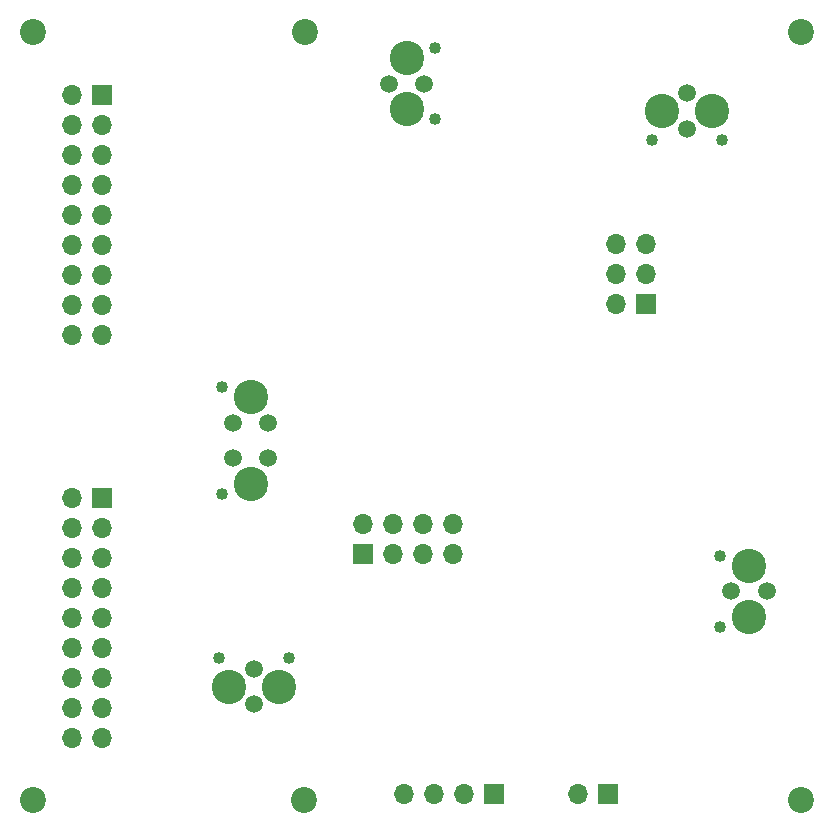
<source format=gbr>
%TF.GenerationSoftware,KiCad,Pcbnew,8.0.4*%
%TF.CreationDate,2024-08-28T23:43:30-07:00*%
%TF.ProjectId,Modubot,4d6f6475-626f-4742-9e6b-696361645f70,rev?*%
%TF.SameCoordinates,Original*%
%TF.FileFunction,Soldermask,Bot*%
%TF.FilePolarity,Negative*%
%FSLAX46Y46*%
G04 Gerber Fmt 4.6, Leading zero omitted, Abs format (unit mm)*
G04 Created by KiCad (PCBNEW 8.0.4) date 2024-08-28 23:43:30*
%MOMM*%
%LPD*%
G01*
G04 APERTURE LIST*
%ADD10C,2.200000*%
%ADD11C,1.020000*%
%ADD12C,1.520000*%
%ADD13C,2.909999*%
%ADD14R,1.700000X1.700000*%
%ADD15O,1.700000X1.700000*%
G04 APERTURE END LIST*
D10*
%TO.C,H3*%
X113360200Y-73914000D03*
%TD*%
D11*
%TO.C,J7*%
X171750000Y-83000000D03*
X165750012Y-83000000D03*
D12*
X168750011Y-79060000D03*
X168750011Y-82059999D03*
D13*
X166600013Y-80560000D03*
X170900009Y-80560000D03*
%TD*%
D14*
%TO.C,J8*%
X152400000Y-138430000D03*
D15*
X149860000Y-138430000D03*
X147320000Y-138430000D03*
X144780000Y-138430000D03*
%TD*%
D11*
%TO.C,J10*%
X129080011Y-126870000D03*
X135079999Y-126870000D03*
D12*
X132080000Y-130810000D03*
X132080000Y-127810001D03*
D13*
X134229998Y-129310000D03*
X129930002Y-129310000D03*
%TD*%
D14*
%TO.C,J3*%
X165300000Y-96900000D03*
D15*
X162760000Y-96900000D03*
X165300000Y-94360000D03*
X162760000Y-94360000D03*
X165300000Y-91820000D03*
X162760000Y-91820000D03*
%TD*%
D11*
%TO.C,J5*%
X147440001Y-75250011D03*
X147440001Y-81249999D03*
D12*
X143500001Y-78250000D03*
X146500000Y-78250000D03*
D13*
X145000001Y-80399998D03*
X145000001Y-76100002D03*
%TD*%
D10*
%TO.C,H2*%
X178360000Y-73920000D03*
%TD*%
D11*
%TO.C,J2*%
X129370000Y-112959984D03*
X129370000Y-103960002D03*
D12*
X133310000Y-106960001D03*
X133310000Y-109960000D03*
X130310001Y-106960001D03*
X130310001Y-109960000D03*
D13*
X131810000Y-104810003D03*
X131810000Y-112109998D03*
%TD*%
D10*
%TO.C,H1*%
X178370000Y-138920000D03*
%TD*%
%TO.C,H4*%
X136360000Y-138920000D03*
%TD*%
D14*
%TO.C,J12*%
X162052000Y-138405000D03*
D15*
X159512000Y-138405000D03*
%TD*%
D14*
%TO.C,J4*%
X141325600Y-118059200D03*
D15*
X141325600Y-115519200D03*
X143865600Y-118059200D03*
X143865600Y-115519200D03*
X146405600Y-118059200D03*
X146405600Y-115519200D03*
X148945600Y-118059200D03*
X148945600Y-115519200D03*
%TD*%
D10*
%TO.C,H3*%
X136360200Y-73914000D03*
%TD*%
%TO.C,H4*%
X113360000Y-138920000D03*
%TD*%
D14*
%TO.C,J11*%
X119210000Y-113320000D03*
D15*
X116670000Y-113320000D03*
X119210000Y-115860000D03*
X116670000Y-115860000D03*
X119210000Y-118400000D03*
X116670000Y-118400000D03*
X119210000Y-120940000D03*
X116670000Y-120940000D03*
X119210000Y-123480000D03*
X116670000Y-123480000D03*
X119210000Y-126020000D03*
X116670000Y-126020000D03*
X119210000Y-128560000D03*
X116670000Y-128560000D03*
X119210000Y-131100000D03*
X116670000Y-131100000D03*
X119210000Y-133640000D03*
X116670000Y-133640000D03*
%TD*%
D11*
%TO.C,J6*%
X171560000Y-118250011D03*
X171560000Y-124249999D03*
D12*
X175500000Y-121250000D03*
X172500001Y-121250000D03*
D13*
X174000000Y-123399998D03*
X174000000Y-119100002D03*
%TD*%
D14*
%TO.C,J9*%
X119210000Y-79220000D03*
D15*
X116670000Y-79220000D03*
X119210000Y-81760000D03*
X116670000Y-81760000D03*
X119210000Y-84300000D03*
X116670000Y-84300000D03*
X119210000Y-86840000D03*
X116670000Y-86840000D03*
X119210000Y-89380000D03*
X116670000Y-89380000D03*
X119210000Y-91920000D03*
X116670000Y-91920000D03*
X119210000Y-94460000D03*
X116670000Y-94460000D03*
X119210000Y-97000000D03*
X116670000Y-97000000D03*
X119210000Y-99540000D03*
X116670000Y-99540000D03*
%TD*%
M02*

</source>
